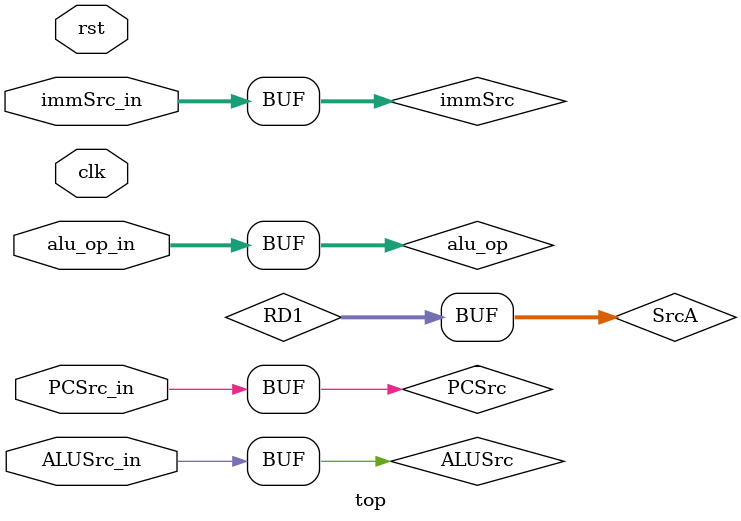
<source format=v>
module top #(
    parameter DATA_WIDTH = 32,
    parameter ADDR_WIDTH = 8
) (
    input clk, // Clock signal
    input rst, // Reset signal
    input PCSrc_in, // Temporary signal for PC flow control for testing
    input [1:0] immSrc_in, // Temporary signal for immediate source selection for testing
    input ALUSrc_in, // Temporary signal for ALU source selection
    input [1:0] alu_op_in // Temporary signal for ALU operation type
);

wire [DATA_WIDTH-1:0] PC;
wire [DATA_WIDTH-1:0] PCTarget;
wire [DATA_WIDTH-1:0] PCPlus4;
wire [DATA_WIDTH-1:0] instr;

wire PCSrc; //TODO: CONNECT TO CONTROL UNIT

// Temporary signals for testing
assign PCPlus4 = PC + 4; // Calculate PC + 4 for next instruction
assign PCTarget = PC + 16; // Example target address for branch/jump (can be modified)
assign PCSrc = PCSrc_in; // Temporary assignment for testing

wire [DATA_WIDTH-1:0] PCNext = PCSrc ? PCTarget : PCPlus4;

program_counter #(
    .DATA_WIDTH(DATA_WIDTH)
) PC_REG (
    .clk(clk),
    .rst(rst),
    .pcNext(PCNext),
    .pc(PC)
);

instruction_memory #(
    .DATA_WIDTH(DATA_WIDTH),
    .ADDR_WIDTH(ADDR_WIDTH)
) IM (
    .A(PC),
    .RD(instr)
);

wire [DATA_WIDTH-1:0] RD1;
wire [DATA_WIDTH-1:0] RD2;

register_file #(
    .DATA_WIDTH(DATA_WIDTH)
) RF(
    .clk(clk),
    .WE3(0),
    .A1(instr[19:15]), // rs1
    .A2(0),
    .A3(0),
    .WD3(0),
    .RD1(RD1),
    .RD2(RD2)
);

wire [1:0] immSrc; // TODO: CONNECT TO CONTROL UNIT

assign immSrc = immSrc_in; // Temporary assignment for testing
wire [31:0] immExt;

immediate_generator IMM_GEN(
    .instr(instr),
    .immSrc(immSrc),
    .immExt(immExt)
);

wire ALUSrc; // TODO: CONNECT TO CONTROL UNIT
assign ALUSrc = ALUSrc_in; // Temporary assignment for testing

wire [31:0] SrcA = RD1;
wire [31:0] SrcB = ALUSrc ? immExt : RD2;

// ALU Decoder
wire [1:0] alu_op; // TODO: CONNECT TO CONTROL UNIT
assign alu_op = alu_op_in; // Temporary assignment for testing

wire [2:0] ALUControl;

alu_decoder ALU_DEC(
    .funct3(instr[14:12]),
    .op_5(instr[5]),
    .funct7_5(instr[30]),
    .alu_op(alu_op),
    .alu_control(ALUControl)
);

wire [31:0] ALUResult;
wire Zero;

ALU ALU_UNIT(
    .SrcA(SrcA),
    .SrcB(SrcB),
    .ALUControl(ALUControl),
    .ALUResult(ALUResult),
    .Zero(Zero)
);

endmodule

</source>
